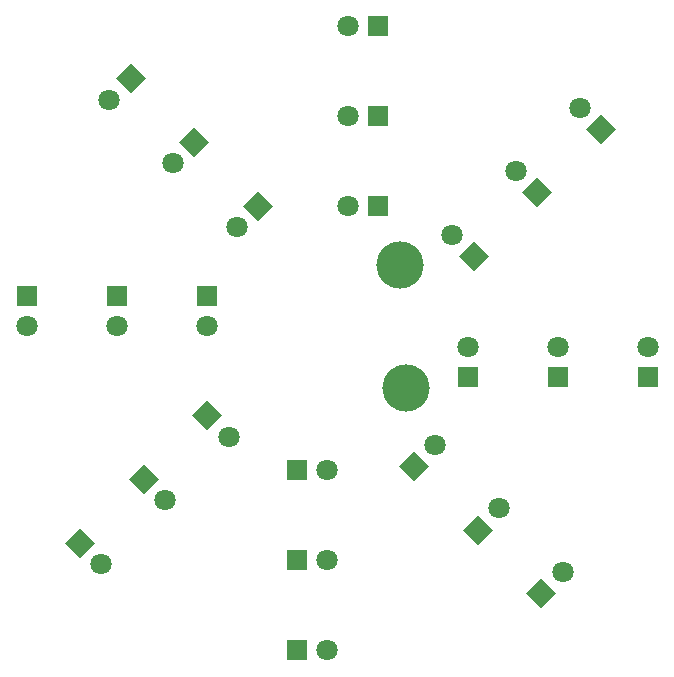
<source format=gbr>
%TF.GenerationSoftware,KiCad,Pcbnew,(5.1.9)-1*%
%TF.CreationDate,2025-04-10T23:46:23-06:00*%
%TF.ProjectId,LEDS,4c454453-2e6b-4696-9361-645f70636258,rev?*%
%TF.SameCoordinates,Original*%
%TF.FileFunction,Soldermask,Bot*%
%TF.FilePolarity,Negative*%
%FSLAX46Y46*%
G04 Gerber Fmt 4.6, Leading zero omitted, Abs format (unit mm)*
G04 Created by KiCad (PCBNEW (5.1.9)-1) date 2025-04-10 23:46:23*
%MOMM*%
%LPD*%
G01*
G04 APERTURE LIST*
%ADD10C,4.000000*%
%ADD11R,1.800000X1.800000*%
%ADD12C,1.800000*%
%ADD13C,0.100000*%
G04 APERTURE END LIST*
D10*
%TO.C,TP1*%
X164592000Y-114808000D03*
%TD*%
%TO.C,TP1*%
X164084000Y-104394000D03*
%TD*%
D11*
%TO.C,D1*%
X169799000Y-113919000D03*
D12*
X169799000Y-111379000D03*
%TD*%
D13*
%TO.C,D2*%
G36*
X165265022Y-122702075D02*
G01*
X163992230Y-121429283D01*
X165265022Y-120156491D01*
X166537814Y-121429283D01*
X165265022Y-122702075D01*
G37*
D12*
X167061073Y-119633232D03*
%TD*%
D11*
%TO.C,D3*%
X155321000Y-121793000D03*
D12*
X157861000Y-121793000D03*
%TD*%
%TO.C,D4*%
X149550472Y-118948277D03*
D13*
G36*
X146481629Y-117152226D02*
G01*
X147754421Y-115879434D01*
X149027213Y-117152226D01*
X147754421Y-118425018D01*
X146481629Y-117152226D01*
G37*
%TD*%
D12*
%TO.C,D5*%
X147701000Y-109601000D03*
D11*
X147701000Y-107061000D03*
%TD*%
D13*
%TO.C,D6*%
G36*
X152031917Y-98113772D02*
G01*
X153304709Y-99386564D01*
X152031917Y-100659356D01*
X150759125Y-99386564D01*
X152031917Y-98113772D01*
G37*
D12*
X150235866Y-101182615D03*
%TD*%
D11*
%TO.C,D7*%
X162179000Y-99441000D03*
D12*
X159639000Y-99441000D03*
%TD*%
%TO.C,D8*%
X168510589Y-101867570D03*
D13*
G36*
X171579432Y-103663621D02*
G01*
X170306640Y-104936413D01*
X169033848Y-103663621D01*
X170306640Y-102390829D01*
X171579432Y-103663621D01*
G37*
%TD*%
D12*
%TO.C,D17*%
X177419000Y-111379000D03*
D11*
X177419000Y-113919000D03*
%TD*%
D13*
%TO.C,D18*%
G36*
X170653176Y-128090228D02*
G01*
X169380384Y-126817436D01*
X170653176Y-125544644D01*
X171925968Y-126817436D01*
X170653176Y-128090228D01*
G37*
D12*
X172449227Y-125021385D03*
%TD*%
D11*
%TO.C,D19*%
X155321000Y-129413000D03*
D12*
X157861000Y-129413000D03*
%TD*%
%TO.C,D20*%
X144162318Y-124336430D03*
D13*
G36*
X141093475Y-122540379D02*
G01*
X142366267Y-121267587D01*
X143639059Y-122540379D01*
X142366267Y-123813171D01*
X141093475Y-122540379D01*
G37*
%TD*%
D11*
%TO.C,D21*%
X140081000Y-107061000D03*
D12*
X140081000Y-109601000D03*
%TD*%
D13*
%TO.C,D22*%
G36*
X146643764Y-92725618D02*
G01*
X147916556Y-93998410D01*
X146643764Y-95271202D01*
X145370972Y-93998410D01*
X146643764Y-92725618D01*
G37*
D12*
X144847713Y-95794461D03*
%TD*%
D11*
%TO.C,D23*%
X162179000Y-91821000D03*
D12*
X159639000Y-91821000D03*
%TD*%
%TO.C,D24*%
X173898742Y-96479416D03*
D13*
G36*
X176967585Y-98275467D02*
G01*
X175694793Y-99548259D01*
X174422001Y-98275467D01*
X175694793Y-97002675D01*
X176967585Y-98275467D01*
G37*
%TD*%
D12*
%TO.C,D33*%
X185039000Y-111379000D03*
D11*
X185039000Y-113919000D03*
%TD*%
D13*
%TO.C,D34*%
G36*
X176041329Y-133478382D02*
G01*
X174768537Y-132205590D01*
X176041329Y-130932798D01*
X177314121Y-132205590D01*
X176041329Y-133478382D01*
G37*
D12*
X177837380Y-130409539D03*
%TD*%
%TO.C,D35*%
X157861000Y-137033000D03*
D11*
X155321000Y-137033000D03*
%TD*%
D13*
%TO.C,D36*%
G36*
X135705322Y-127928533D02*
G01*
X136978114Y-126655741D01*
X138250906Y-127928533D01*
X136978114Y-129201325D01*
X135705322Y-127928533D01*
G37*
D12*
X138774165Y-129724584D03*
%TD*%
%TO.C,D37*%
X132461000Y-109601000D03*
D11*
X132461000Y-107061000D03*
%TD*%
D12*
%TO.C,D38*%
X139459559Y-90406308D03*
D13*
G36*
X141255610Y-87337465D02*
G01*
X142528402Y-88610257D01*
X141255610Y-89883049D01*
X139982818Y-88610257D01*
X141255610Y-87337465D01*
G37*
%TD*%
D12*
%TO.C,D39*%
X159639000Y-84201000D03*
D11*
X162179000Y-84201000D03*
%TD*%
D12*
%TO.C,D40*%
X179286896Y-91091263D03*
D13*
G36*
X182355739Y-92887314D02*
G01*
X181082947Y-94160106D01*
X179810155Y-92887314D01*
X181082947Y-91614522D01*
X182355739Y-92887314D01*
G37*
%TD*%
M02*

</source>
